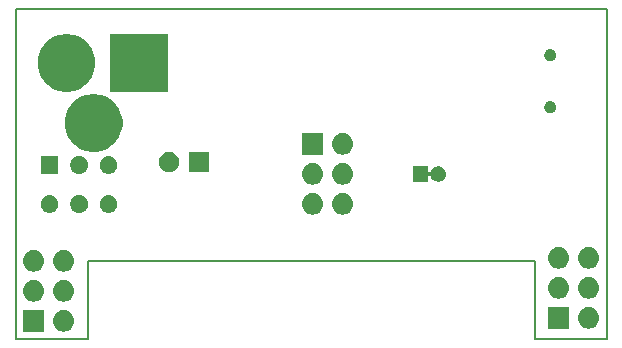
<source format=gbr>
%TF.GenerationSoftware,KiCad,Pcbnew,5.0.2-bee76a0~70~ubuntu18.04.1*%
%TF.CreationDate,2018-12-09T23:27:29+01:00*%
%TF.ProjectId,Protoboard_power_supply,50726f74-6f62-46f6-9172-645f706f7765,rev?*%
%TF.SameCoordinates,Original*%
%TF.FileFunction,Soldermask,Bot*%
%TF.FilePolarity,Negative*%
%FSLAX46Y46*%
G04 Gerber Fmt 4.6, Leading zero omitted, Abs format (unit mm)*
G04 Created by KiCad (PCBNEW 5.0.2-bee76a0~70~ubuntu18.04.1) date dom 09 dic 2018 23:27:29 CET*
%MOMM*%
%LPD*%
G01*
G04 APERTURE LIST*
%ADD10C,0.127000*%
G04 APERTURE END LIST*
D10*
X148336000Y-114300000D02*
X148336000Y-107696000D01*
X192278000Y-114300000D02*
X192278000Y-86360000D01*
X186182000Y-107696000D02*
X186182000Y-114300000D01*
X142240000Y-114300000D02*
X142240000Y-86360000D01*
X148336000Y-114300000D02*
X142240000Y-114300000D01*
X186182000Y-107696000D02*
X148336000Y-107696000D01*
X192278000Y-114300000D02*
X186182000Y-114300000D01*
X142240000Y-86360000D02*
X192278000Y-86360000D01*
G36*
X146480432Y-111889022D02*
X146650081Y-111940485D01*
X146806433Y-112024056D01*
X146943475Y-112136525D01*
X147055944Y-112273567D01*
X147139515Y-112429919D01*
X147190978Y-112599568D01*
X147208354Y-112776000D01*
X147190978Y-112952432D01*
X147139515Y-113122081D01*
X147055944Y-113278433D01*
X146943475Y-113415475D01*
X146806433Y-113527944D01*
X146650081Y-113611515D01*
X146480432Y-113662978D01*
X146348211Y-113676000D01*
X146259789Y-113676000D01*
X146127568Y-113662978D01*
X145957919Y-113611515D01*
X145801567Y-113527944D01*
X145664525Y-113415475D01*
X145552056Y-113278433D01*
X145468485Y-113122081D01*
X145417022Y-112952432D01*
X145399646Y-112776000D01*
X145417022Y-112599568D01*
X145468485Y-112429919D01*
X145552056Y-112273567D01*
X145664525Y-112136525D01*
X145801567Y-112024056D01*
X145957919Y-111940485D01*
X146127568Y-111889022D01*
X146259789Y-111876000D01*
X146348211Y-111876000D01*
X146480432Y-111889022D01*
X146480432Y-111889022D01*
G37*
G36*
X144664000Y-113676000D02*
X142864000Y-113676000D01*
X142864000Y-111876000D01*
X144664000Y-111876000D01*
X144664000Y-113676000D01*
X144664000Y-113676000D01*
G37*
G36*
X190930432Y-111635022D02*
X191100081Y-111686485D01*
X191256433Y-111770056D01*
X191393475Y-111882525D01*
X191505944Y-112019567D01*
X191589515Y-112175919D01*
X191640978Y-112345568D01*
X191658354Y-112522000D01*
X191640978Y-112698432D01*
X191589515Y-112868081D01*
X191505944Y-113024433D01*
X191393475Y-113161475D01*
X191256433Y-113273944D01*
X191100081Y-113357515D01*
X190930432Y-113408978D01*
X190798211Y-113422000D01*
X190709789Y-113422000D01*
X190577568Y-113408978D01*
X190407919Y-113357515D01*
X190251567Y-113273944D01*
X190114525Y-113161475D01*
X190002056Y-113024433D01*
X189918485Y-112868081D01*
X189867022Y-112698432D01*
X189849646Y-112522000D01*
X189867022Y-112345568D01*
X189918485Y-112175919D01*
X190002056Y-112019567D01*
X190114525Y-111882525D01*
X190251567Y-111770056D01*
X190407919Y-111686485D01*
X190577568Y-111635022D01*
X190709789Y-111622000D01*
X190798211Y-111622000D01*
X190930432Y-111635022D01*
X190930432Y-111635022D01*
G37*
G36*
X189114000Y-113422000D02*
X187314000Y-113422000D01*
X187314000Y-111622000D01*
X189114000Y-111622000D01*
X189114000Y-113422000D01*
X189114000Y-113422000D01*
G37*
G36*
X143940432Y-109349022D02*
X144110081Y-109400485D01*
X144266433Y-109484056D01*
X144403475Y-109596525D01*
X144515944Y-109733567D01*
X144599515Y-109889919D01*
X144650978Y-110059568D01*
X144668354Y-110236000D01*
X144650978Y-110412432D01*
X144599515Y-110582081D01*
X144515944Y-110738433D01*
X144403475Y-110875475D01*
X144266433Y-110987944D01*
X144110081Y-111071515D01*
X143940432Y-111122978D01*
X143808211Y-111136000D01*
X143719789Y-111136000D01*
X143587568Y-111122978D01*
X143417919Y-111071515D01*
X143261567Y-110987944D01*
X143124525Y-110875475D01*
X143012056Y-110738433D01*
X142928485Y-110582081D01*
X142877022Y-110412432D01*
X142859646Y-110236000D01*
X142877022Y-110059568D01*
X142928485Y-109889919D01*
X143012056Y-109733567D01*
X143124525Y-109596525D01*
X143261567Y-109484056D01*
X143417919Y-109400485D01*
X143587568Y-109349022D01*
X143719789Y-109336000D01*
X143808211Y-109336000D01*
X143940432Y-109349022D01*
X143940432Y-109349022D01*
G37*
G36*
X146480432Y-109349022D02*
X146650081Y-109400485D01*
X146806433Y-109484056D01*
X146943475Y-109596525D01*
X147055944Y-109733567D01*
X147139515Y-109889919D01*
X147190978Y-110059568D01*
X147208354Y-110236000D01*
X147190978Y-110412432D01*
X147139515Y-110582081D01*
X147055944Y-110738433D01*
X146943475Y-110875475D01*
X146806433Y-110987944D01*
X146650081Y-111071515D01*
X146480432Y-111122978D01*
X146348211Y-111136000D01*
X146259789Y-111136000D01*
X146127568Y-111122978D01*
X145957919Y-111071515D01*
X145801567Y-110987944D01*
X145664525Y-110875475D01*
X145552056Y-110738433D01*
X145468485Y-110582081D01*
X145417022Y-110412432D01*
X145399646Y-110236000D01*
X145417022Y-110059568D01*
X145468485Y-109889919D01*
X145552056Y-109733567D01*
X145664525Y-109596525D01*
X145801567Y-109484056D01*
X145957919Y-109400485D01*
X146127568Y-109349022D01*
X146259789Y-109336000D01*
X146348211Y-109336000D01*
X146480432Y-109349022D01*
X146480432Y-109349022D01*
G37*
G36*
X190930432Y-109095022D02*
X191100081Y-109146485D01*
X191256433Y-109230056D01*
X191393475Y-109342525D01*
X191505944Y-109479567D01*
X191589515Y-109635919D01*
X191640978Y-109805568D01*
X191658354Y-109982000D01*
X191640978Y-110158432D01*
X191589515Y-110328081D01*
X191505944Y-110484433D01*
X191393475Y-110621475D01*
X191256433Y-110733944D01*
X191100081Y-110817515D01*
X190930432Y-110868978D01*
X190798211Y-110882000D01*
X190709789Y-110882000D01*
X190577568Y-110868978D01*
X190407919Y-110817515D01*
X190251567Y-110733944D01*
X190114525Y-110621475D01*
X190002056Y-110484433D01*
X189918485Y-110328081D01*
X189867022Y-110158432D01*
X189849646Y-109982000D01*
X189867022Y-109805568D01*
X189918485Y-109635919D01*
X190002056Y-109479567D01*
X190114525Y-109342525D01*
X190251567Y-109230056D01*
X190407919Y-109146485D01*
X190577568Y-109095022D01*
X190709789Y-109082000D01*
X190798211Y-109082000D01*
X190930432Y-109095022D01*
X190930432Y-109095022D01*
G37*
G36*
X188390432Y-109095022D02*
X188560081Y-109146485D01*
X188716433Y-109230056D01*
X188853475Y-109342525D01*
X188965944Y-109479567D01*
X189049515Y-109635919D01*
X189100978Y-109805568D01*
X189118354Y-109982000D01*
X189100978Y-110158432D01*
X189049515Y-110328081D01*
X188965944Y-110484433D01*
X188853475Y-110621475D01*
X188716433Y-110733944D01*
X188560081Y-110817515D01*
X188390432Y-110868978D01*
X188258211Y-110882000D01*
X188169789Y-110882000D01*
X188037568Y-110868978D01*
X187867919Y-110817515D01*
X187711567Y-110733944D01*
X187574525Y-110621475D01*
X187462056Y-110484433D01*
X187378485Y-110328081D01*
X187327022Y-110158432D01*
X187309646Y-109982000D01*
X187327022Y-109805568D01*
X187378485Y-109635919D01*
X187462056Y-109479567D01*
X187574525Y-109342525D01*
X187711567Y-109230056D01*
X187867919Y-109146485D01*
X188037568Y-109095022D01*
X188169789Y-109082000D01*
X188258211Y-109082000D01*
X188390432Y-109095022D01*
X188390432Y-109095022D01*
G37*
G36*
X143940432Y-106809022D02*
X144110081Y-106860485D01*
X144266433Y-106944056D01*
X144403475Y-107056525D01*
X144515944Y-107193567D01*
X144599515Y-107349919D01*
X144650978Y-107519568D01*
X144668354Y-107696000D01*
X144650978Y-107872432D01*
X144599515Y-108042081D01*
X144515944Y-108198433D01*
X144403475Y-108335475D01*
X144266433Y-108447944D01*
X144110081Y-108531515D01*
X143940432Y-108582978D01*
X143808211Y-108596000D01*
X143719789Y-108596000D01*
X143587568Y-108582978D01*
X143417919Y-108531515D01*
X143261567Y-108447944D01*
X143124525Y-108335475D01*
X143012056Y-108198433D01*
X142928485Y-108042081D01*
X142877022Y-107872432D01*
X142859646Y-107696000D01*
X142877022Y-107519568D01*
X142928485Y-107349919D01*
X143012056Y-107193567D01*
X143124525Y-107056525D01*
X143261567Y-106944056D01*
X143417919Y-106860485D01*
X143587568Y-106809022D01*
X143719789Y-106796000D01*
X143808211Y-106796000D01*
X143940432Y-106809022D01*
X143940432Y-106809022D01*
G37*
G36*
X146480432Y-106809022D02*
X146650081Y-106860485D01*
X146806433Y-106944056D01*
X146943475Y-107056525D01*
X147055944Y-107193567D01*
X147139515Y-107349919D01*
X147190978Y-107519568D01*
X147208354Y-107696000D01*
X147190978Y-107872432D01*
X147139515Y-108042081D01*
X147055944Y-108198433D01*
X146943475Y-108335475D01*
X146806433Y-108447944D01*
X146650081Y-108531515D01*
X146480432Y-108582978D01*
X146348211Y-108596000D01*
X146259789Y-108596000D01*
X146127568Y-108582978D01*
X145957919Y-108531515D01*
X145801567Y-108447944D01*
X145664525Y-108335475D01*
X145552056Y-108198433D01*
X145468485Y-108042081D01*
X145417022Y-107872432D01*
X145399646Y-107696000D01*
X145417022Y-107519568D01*
X145468485Y-107349919D01*
X145552056Y-107193567D01*
X145664525Y-107056525D01*
X145801567Y-106944056D01*
X145957919Y-106860485D01*
X146127568Y-106809022D01*
X146259789Y-106796000D01*
X146348211Y-106796000D01*
X146480432Y-106809022D01*
X146480432Y-106809022D01*
G37*
G36*
X190930432Y-106555022D02*
X191100081Y-106606485D01*
X191256433Y-106690056D01*
X191393475Y-106802525D01*
X191505944Y-106939567D01*
X191589515Y-107095919D01*
X191640978Y-107265568D01*
X191658354Y-107442000D01*
X191640978Y-107618432D01*
X191589515Y-107788081D01*
X191505944Y-107944433D01*
X191393475Y-108081475D01*
X191256433Y-108193944D01*
X191100081Y-108277515D01*
X190930432Y-108328978D01*
X190798211Y-108342000D01*
X190709789Y-108342000D01*
X190577568Y-108328978D01*
X190407919Y-108277515D01*
X190251567Y-108193944D01*
X190114525Y-108081475D01*
X190002056Y-107944433D01*
X189918485Y-107788081D01*
X189867022Y-107618432D01*
X189849646Y-107442000D01*
X189867022Y-107265568D01*
X189918485Y-107095919D01*
X190002056Y-106939567D01*
X190114525Y-106802525D01*
X190251567Y-106690056D01*
X190407919Y-106606485D01*
X190577568Y-106555022D01*
X190709789Y-106542000D01*
X190798211Y-106542000D01*
X190930432Y-106555022D01*
X190930432Y-106555022D01*
G37*
G36*
X188390432Y-106555022D02*
X188560081Y-106606485D01*
X188716433Y-106690056D01*
X188853475Y-106802525D01*
X188965944Y-106939567D01*
X189049515Y-107095919D01*
X189100978Y-107265568D01*
X189118354Y-107442000D01*
X189100978Y-107618432D01*
X189049515Y-107788081D01*
X188965944Y-107944433D01*
X188853475Y-108081475D01*
X188716433Y-108193944D01*
X188560081Y-108277515D01*
X188390432Y-108328978D01*
X188258211Y-108342000D01*
X188169789Y-108342000D01*
X188037568Y-108328978D01*
X187867919Y-108277515D01*
X187711567Y-108193944D01*
X187574525Y-108081475D01*
X187462056Y-107944433D01*
X187378485Y-107788081D01*
X187327022Y-107618432D01*
X187309646Y-107442000D01*
X187327022Y-107265568D01*
X187378485Y-107095919D01*
X187462056Y-106939567D01*
X187574525Y-106802525D01*
X187711567Y-106690056D01*
X187867919Y-106606485D01*
X188037568Y-106555022D01*
X188169789Y-106542000D01*
X188258211Y-106542000D01*
X188390432Y-106555022D01*
X188390432Y-106555022D01*
G37*
G36*
X167562432Y-101983022D02*
X167732081Y-102034485D01*
X167888433Y-102118056D01*
X168025475Y-102230525D01*
X168137944Y-102367567D01*
X168221515Y-102523919D01*
X168272978Y-102693568D01*
X168290354Y-102870000D01*
X168272978Y-103046432D01*
X168221515Y-103216081D01*
X168137944Y-103372433D01*
X168025475Y-103509475D01*
X167888433Y-103621944D01*
X167732081Y-103705515D01*
X167562432Y-103756978D01*
X167430211Y-103770000D01*
X167341789Y-103770000D01*
X167209568Y-103756978D01*
X167039919Y-103705515D01*
X166883567Y-103621944D01*
X166746525Y-103509475D01*
X166634056Y-103372433D01*
X166550485Y-103216081D01*
X166499022Y-103046432D01*
X166481646Y-102870000D01*
X166499022Y-102693568D01*
X166550485Y-102523919D01*
X166634056Y-102367567D01*
X166746525Y-102230525D01*
X166883567Y-102118056D01*
X167039919Y-102034485D01*
X167209568Y-101983022D01*
X167341789Y-101970000D01*
X167430211Y-101970000D01*
X167562432Y-101983022D01*
X167562432Y-101983022D01*
G37*
G36*
X170102432Y-101983022D02*
X170272081Y-102034485D01*
X170428433Y-102118056D01*
X170565475Y-102230525D01*
X170677944Y-102367567D01*
X170761515Y-102523919D01*
X170812978Y-102693568D01*
X170830354Y-102870000D01*
X170812978Y-103046432D01*
X170761515Y-103216081D01*
X170677944Y-103372433D01*
X170565475Y-103509475D01*
X170428433Y-103621944D01*
X170272081Y-103705515D01*
X170102432Y-103756978D01*
X169970211Y-103770000D01*
X169881789Y-103770000D01*
X169749568Y-103756978D01*
X169579919Y-103705515D01*
X169423567Y-103621944D01*
X169286525Y-103509475D01*
X169174056Y-103372433D01*
X169090485Y-103216081D01*
X169039022Y-103046432D01*
X169021646Y-102870000D01*
X169039022Y-102693568D01*
X169090485Y-102523919D01*
X169174056Y-102367567D01*
X169286525Y-102230525D01*
X169423567Y-102118056D01*
X169579919Y-102034485D01*
X169749568Y-101983022D01*
X169881789Y-101970000D01*
X169970211Y-101970000D01*
X170102432Y-101983022D01*
X170102432Y-101983022D01*
G37*
G36*
X145260318Y-102132411D02*
X145332767Y-102146822D01*
X145389303Y-102170240D01*
X145469257Y-102203358D01*
X145592100Y-102285439D01*
X145696561Y-102389900D01*
X145778642Y-102512743D01*
X145835178Y-102649234D01*
X145864000Y-102794130D01*
X145864000Y-102941870D01*
X145835178Y-103086766D01*
X145778642Y-103223257D01*
X145696561Y-103346100D01*
X145592100Y-103450561D01*
X145469257Y-103532642D01*
X145389303Y-103565760D01*
X145332767Y-103589178D01*
X145260318Y-103603589D01*
X145187870Y-103618000D01*
X145040130Y-103618000D01*
X144967682Y-103603589D01*
X144895233Y-103589178D01*
X144838697Y-103565760D01*
X144758743Y-103532642D01*
X144635900Y-103450561D01*
X144531439Y-103346100D01*
X144449358Y-103223257D01*
X144392822Y-103086766D01*
X144364000Y-102941870D01*
X144364000Y-102794130D01*
X144392822Y-102649234D01*
X144449358Y-102512743D01*
X144531439Y-102389900D01*
X144635900Y-102285439D01*
X144758743Y-102203358D01*
X144838697Y-102170240D01*
X144895233Y-102146822D01*
X144967682Y-102132411D01*
X145040130Y-102118000D01*
X145187870Y-102118000D01*
X145260318Y-102132411D01*
X145260318Y-102132411D01*
G37*
G36*
X147760318Y-102132411D02*
X147832767Y-102146822D01*
X147889303Y-102170240D01*
X147969257Y-102203358D01*
X148092100Y-102285439D01*
X148196561Y-102389900D01*
X148278642Y-102512743D01*
X148335178Y-102649234D01*
X148364000Y-102794130D01*
X148364000Y-102941870D01*
X148335178Y-103086766D01*
X148278642Y-103223257D01*
X148196561Y-103346100D01*
X148092100Y-103450561D01*
X147969257Y-103532642D01*
X147889303Y-103565760D01*
X147832767Y-103589178D01*
X147760318Y-103603589D01*
X147687870Y-103618000D01*
X147540130Y-103618000D01*
X147467682Y-103603589D01*
X147395233Y-103589178D01*
X147338697Y-103565760D01*
X147258743Y-103532642D01*
X147135900Y-103450561D01*
X147031439Y-103346100D01*
X146949358Y-103223257D01*
X146892822Y-103086766D01*
X146864000Y-102941870D01*
X146864000Y-102794130D01*
X146892822Y-102649234D01*
X146949358Y-102512743D01*
X147031439Y-102389900D01*
X147135900Y-102285439D01*
X147258743Y-102203358D01*
X147338697Y-102170240D01*
X147395233Y-102146822D01*
X147467682Y-102132411D01*
X147540130Y-102118000D01*
X147687870Y-102118000D01*
X147760318Y-102132411D01*
X147760318Y-102132411D01*
G37*
G36*
X150260318Y-102132411D02*
X150332767Y-102146822D01*
X150389303Y-102170240D01*
X150469257Y-102203358D01*
X150592100Y-102285439D01*
X150696561Y-102389900D01*
X150778642Y-102512743D01*
X150835178Y-102649234D01*
X150864000Y-102794130D01*
X150864000Y-102941870D01*
X150835178Y-103086766D01*
X150778642Y-103223257D01*
X150696561Y-103346100D01*
X150592100Y-103450561D01*
X150469257Y-103532642D01*
X150389303Y-103565760D01*
X150332767Y-103589178D01*
X150260318Y-103603589D01*
X150187870Y-103618000D01*
X150040130Y-103618000D01*
X149967682Y-103603589D01*
X149895233Y-103589178D01*
X149838697Y-103565760D01*
X149758743Y-103532642D01*
X149635900Y-103450561D01*
X149531439Y-103346100D01*
X149449358Y-103223257D01*
X149392822Y-103086766D01*
X149364000Y-102941870D01*
X149364000Y-102794130D01*
X149392822Y-102649234D01*
X149449358Y-102512743D01*
X149531439Y-102389900D01*
X149635900Y-102285439D01*
X149758743Y-102203358D01*
X149838697Y-102170240D01*
X149895233Y-102146822D01*
X149967682Y-102132411D01*
X150040130Y-102118000D01*
X150187870Y-102118000D01*
X150260318Y-102132411D01*
X150260318Y-102132411D01*
G37*
G36*
X167562432Y-99443022D02*
X167732081Y-99494485D01*
X167888433Y-99578056D01*
X168025475Y-99690525D01*
X168137944Y-99827567D01*
X168221515Y-99983919D01*
X168272978Y-100153568D01*
X168290354Y-100330000D01*
X168272978Y-100506432D01*
X168221515Y-100676081D01*
X168137944Y-100832433D01*
X168025475Y-100969475D01*
X167888433Y-101081944D01*
X167732081Y-101165515D01*
X167562432Y-101216978D01*
X167430211Y-101230000D01*
X167341789Y-101230000D01*
X167209568Y-101216978D01*
X167039919Y-101165515D01*
X166883567Y-101081944D01*
X166746525Y-100969475D01*
X166634056Y-100832433D01*
X166550485Y-100676081D01*
X166499022Y-100506432D01*
X166481646Y-100330000D01*
X166499022Y-100153568D01*
X166550485Y-99983919D01*
X166634056Y-99827567D01*
X166746525Y-99690525D01*
X166883567Y-99578056D01*
X167039919Y-99494485D01*
X167209568Y-99443022D01*
X167341789Y-99430000D01*
X167430211Y-99430000D01*
X167562432Y-99443022D01*
X167562432Y-99443022D01*
G37*
G36*
X170102432Y-99443022D02*
X170272081Y-99494485D01*
X170428433Y-99578056D01*
X170565475Y-99690525D01*
X170677944Y-99827567D01*
X170761515Y-99983919D01*
X170812978Y-100153568D01*
X170830354Y-100330000D01*
X170812978Y-100506432D01*
X170761515Y-100676081D01*
X170677944Y-100832433D01*
X170565475Y-100969475D01*
X170428433Y-101081944D01*
X170272081Y-101165515D01*
X170102432Y-101216978D01*
X169970211Y-101230000D01*
X169881789Y-101230000D01*
X169749568Y-101216978D01*
X169579919Y-101165515D01*
X169423567Y-101081944D01*
X169286525Y-100969475D01*
X169174056Y-100832433D01*
X169090485Y-100676081D01*
X169039022Y-100506432D01*
X169021646Y-100330000D01*
X169039022Y-100153568D01*
X169090485Y-99983919D01*
X169174056Y-99827567D01*
X169286525Y-99690525D01*
X169423567Y-99578056D01*
X169579919Y-99494485D01*
X169749568Y-99443022D01*
X169881789Y-99430000D01*
X169970211Y-99430000D01*
X170102432Y-99443022D01*
X170102432Y-99443022D01*
G37*
G36*
X177180000Y-100055133D02*
X177182402Y-100079519D01*
X177189515Y-100102968D01*
X177201066Y-100124579D01*
X177216612Y-100143521D01*
X177235554Y-100159067D01*
X177257165Y-100170618D01*
X177280614Y-100177731D01*
X177305000Y-100180133D01*
X177329386Y-100177731D01*
X177352835Y-100170618D01*
X177374446Y-100159067D01*
X177393388Y-100143521D01*
X177408934Y-100124579D01*
X177420485Y-100102968D01*
X177453977Y-100022110D01*
X177525114Y-99915646D01*
X177615646Y-99825114D01*
X177722110Y-99753977D01*
X177812284Y-99716626D01*
X177840402Y-99704979D01*
X177882262Y-99696653D01*
X177965979Y-99680000D01*
X178094021Y-99680000D01*
X178177738Y-99696653D01*
X178219598Y-99704979D01*
X178247716Y-99716626D01*
X178337890Y-99753977D01*
X178444354Y-99825114D01*
X178534886Y-99915646D01*
X178606023Y-100022110D01*
X178629802Y-100079519D01*
X178651266Y-100131336D01*
X178655021Y-100140403D01*
X178680000Y-100265979D01*
X178680000Y-100394021D01*
X178655021Y-100519597D01*
X178606023Y-100637890D01*
X178534886Y-100744354D01*
X178444354Y-100834886D01*
X178337890Y-100906023D01*
X178254245Y-100940670D01*
X178219598Y-100955021D01*
X178177738Y-100963347D01*
X178094021Y-100980000D01*
X177965979Y-100980000D01*
X177882262Y-100963347D01*
X177840402Y-100955021D01*
X177805755Y-100940670D01*
X177722110Y-100906023D01*
X177615646Y-100834886D01*
X177525114Y-100744354D01*
X177453977Y-100637890D01*
X177420485Y-100557032D01*
X177408934Y-100535421D01*
X177393388Y-100516479D01*
X177374446Y-100500933D01*
X177352836Y-100489382D01*
X177329386Y-100482269D01*
X177305000Y-100479867D01*
X177280614Y-100482269D01*
X177257165Y-100489382D01*
X177235554Y-100500933D01*
X177216612Y-100516479D01*
X177201066Y-100535421D01*
X177189515Y-100557031D01*
X177182402Y-100580481D01*
X177180000Y-100604867D01*
X177180000Y-100980000D01*
X175880000Y-100980000D01*
X175880000Y-99680000D01*
X177180000Y-99680000D01*
X177180000Y-100055133D01*
X177180000Y-100055133D01*
G37*
G36*
X147760318Y-98832411D02*
X147832767Y-98846822D01*
X147889303Y-98870240D01*
X147969257Y-98903358D01*
X148092100Y-98985439D01*
X148196561Y-99089900D01*
X148278642Y-99212743D01*
X148311760Y-99292697D01*
X148335178Y-99349233D01*
X148364000Y-99494131D01*
X148364000Y-99641869D01*
X148335178Y-99786767D01*
X148311760Y-99843303D01*
X148278642Y-99923257D01*
X148196561Y-100046100D01*
X148092100Y-100150561D01*
X147969257Y-100232642D01*
X147889303Y-100265760D01*
X147832767Y-100289178D01*
X147760318Y-100303589D01*
X147687870Y-100318000D01*
X147540130Y-100318000D01*
X147467682Y-100303589D01*
X147395233Y-100289178D01*
X147338697Y-100265760D01*
X147258743Y-100232642D01*
X147135900Y-100150561D01*
X147031439Y-100046100D01*
X146949358Y-99923257D01*
X146916240Y-99843303D01*
X146892822Y-99786767D01*
X146864000Y-99641869D01*
X146864000Y-99494131D01*
X146892822Y-99349233D01*
X146916240Y-99292697D01*
X146949358Y-99212743D01*
X147031439Y-99089900D01*
X147135900Y-98985439D01*
X147258743Y-98903358D01*
X147338697Y-98870240D01*
X147395233Y-98846822D01*
X147467682Y-98832411D01*
X147540130Y-98818000D01*
X147687870Y-98818000D01*
X147760318Y-98832411D01*
X147760318Y-98832411D01*
G37*
G36*
X145864000Y-100318000D02*
X144364000Y-100318000D01*
X144364000Y-98818000D01*
X145864000Y-98818000D01*
X145864000Y-100318000D01*
X145864000Y-100318000D01*
G37*
G36*
X150260318Y-98832411D02*
X150332767Y-98846822D01*
X150389303Y-98870240D01*
X150469257Y-98903358D01*
X150592100Y-98985439D01*
X150696561Y-99089900D01*
X150778642Y-99212743D01*
X150811760Y-99292697D01*
X150835178Y-99349233D01*
X150864000Y-99494131D01*
X150864000Y-99641869D01*
X150835178Y-99786767D01*
X150811760Y-99843303D01*
X150778642Y-99923257D01*
X150696561Y-100046100D01*
X150592100Y-100150561D01*
X150469257Y-100232642D01*
X150389303Y-100265760D01*
X150332767Y-100289178D01*
X150260318Y-100303589D01*
X150187870Y-100318000D01*
X150040130Y-100318000D01*
X149967682Y-100303589D01*
X149895233Y-100289178D01*
X149838697Y-100265760D01*
X149758743Y-100232642D01*
X149635900Y-100150561D01*
X149531439Y-100046100D01*
X149449358Y-99923257D01*
X149416240Y-99843303D01*
X149392822Y-99786767D01*
X149364000Y-99641869D01*
X149364000Y-99494131D01*
X149392822Y-99349233D01*
X149416240Y-99292697D01*
X149449358Y-99212743D01*
X149531439Y-99089900D01*
X149635900Y-98985439D01*
X149758743Y-98903358D01*
X149838697Y-98870240D01*
X149895233Y-98846822D01*
X149967682Y-98832411D01*
X150040130Y-98818000D01*
X150187870Y-98818000D01*
X150260318Y-98832411D01*
X150260318Y-98832411D01*
G37*
G36*
X158584000Y-100164000D02*
X156884000Y-100164000D01*
X156884000Y-98464000D01*
X158584000Y-98464000D01*
X158584000Y-100164000D01*
X158584000Y-100164000D01*
G37*
G36*
X155481934Y-98496664D02*
X155636627Y-98560740D01*
X155775847Y-98653764D01*
X155894236Y-98772153D01*
X155987260Y-98911373D01*
X156051336Y-99066066D01*
X156084000Y-99230281D01*
X156084000Y-99397719D01*
X156051336Y-99561934D01*
X155987260Y-99716627D01*
X155894236Y-99855847D01*
X155775847Y-99974236D01*
X155636627Y-100067260D01*
X155481934Y-100131336D01*
X155317719Y-100164000D01*
X155150281Y-100164000D01*
X154986066Y-100131336D01*
X154831373Y-100067260D01*
X154692153Y-99974236D01*
X154573764Y-99855847D01*
X154480740Y-99716627D01*
X154416664Y-99561934D01*
X154384000Y-99397719D01*
X154384000Y-99230281D01*
X154416664Y-99066066D01*
X154480740Y-98911373D01*
X154573764Y-98772153D01*
X154692153Y-98653764D01*
X154831373Y-98560740D01*
X154986066Y-98496664D01*
X155150281Y-98464000D01*
X155317719Y-98464000D01*
X155481934Y-98496664D01*
X155481934Y-98496664D01*
G37*
G36*
X168286000Y-98690000D02*
X166486000Y-98690000D01*
X166486000Y-96890000D01*
X168286000Y-96890000D01*
X168286000Y-98690000D01*
X168286000Y-98690000D01*
G37*
G36*
X170102432Y-96903022D02*
X170272081Y-96954485D01*
X170428433Y-97038056D01*
X170565475Y-97150525D01*
X170677944Y-97287567D01*
X170761515Y-97443919D01*
X170812978Y-97613568D01*
X170830354Y-97790000D01*
X170812978Y-97966432D01*
X170761515Y-98136081D01*
X170677944Y-98292433D01*
X170565475Y-98429475D01*
X170428433Y-98541944D01*
X170272081Y-98625515D01*
X170102432Y-98676978D01*
X169970211Y-98690000D01*
X169881789Y-98690000D01*
X169749568Y-98676978D01*
X169579919Y-98625515D01*
X169423567Y-98541944D01*
X169286525Y-98429475D01*
X169174056Y-98292433D01*
X169090485Y-98136081D01*
X169039022Y-97966432D01*
X169021646Y-97790000D01*
X169039022Y-97613568D01*
X169090485Y-97443919D01*
X169174056Y-97287567D01*
X169286525Y-97150525D01*
X169423567Y-97038056D01*
X169579919Y-96954485D01*
X169749568Y-96903022D01*
X169881789Y-96890000D01*
X169970211Y-96890000D01*
X170102432Y-96903022D01*
X170102432Y-96903022D01*
G37*
G36*
X149321971Y-93609076D02*
X149558639Y-93656152D01*
X150004510Y-93840838D01*
X150405784Y-94108960D01*
X150747040Y-94450216D01*
X151015162Y-94851490D01*
X151199848Y-95297361D01*
X151294000Y-95770696D01*
X151294000Y-96253304D01*
X151199848Y-96726639D01*
X151015162Y-97172510D01*
X150747040Y-97573784D01*
X150405784Y-97915040D01*
X150004510Y-98183162D01*
X149558639Y-98367848D01*
X149085305Y-98462000D01*
X148602695Y-98462000D01*
X148366029Y-98414924D01*
X148129361Y-98367848D01*
X147683490Y-98183162D01*
X147282216Y-97915040D01*
X146940960Y-97573784D01*
X146672838Y-97172510D01*
X146488152Y-96726639D01*
X146394000Y-96253304D01*
X146394000Y-95770696D01*
X146488152Y-95297361D01*
X146672838Y-94851490D01*
X146940960Y-94450216D01*
X147282216Y-94108960D01*
X147683490Y-93840838D01*
X148129361Y-93656152D01*
X148366029Y-93609076D01*
X148602695Y-93562000D01*
X149085305Y-93562000D01*
X149321971Y-93609076D01*
X149321971Y-93609076D01*
G37*
G36*
X187651845Y-94175215D02*
X187742839Y-94212906D01*
X187823640Y-94266896D01*
X187824734Y-94267627D01*
X187894373Y-94337266D01*
X187949095Y-94419163D01*
X187986785Y-94510155D01*
X188006000Y-94606755D01*
X188006000Y-94705245D01*
X187986785Y-94801845D01*
X187949095Y-94892837D01*
X187894373Y-94974734D01*
X187824734Y-95044373D01*
X187824731Y-95044375D01*
X187742839Y-95099094D01*
X187651845Y-95136785D01*
X187555246Y-95156000D01*
X187456754Y-95156000D01*
X187360155Y-95136785D01*
X187269161Y-95099094D01*
X187187269Y-95044375D01*
X187187266Y-95044373D01*
X187117627Y-94974734D01*
X187062905Y-94892837D01*
X187025215Y-94801845D01*
X187006000Y-94705245D01*
X187006000Y-94606755D01*
X187025215Y-94510155D01*
X187062905Y-94419163D01*
X187117627Y-94337266D01*
X187187266Y-94267627D01*
X187188360Y-94266896D01*
X187269161Y-94212906D01*
X187360155Y-94175215D01*
X187456754Y-94156000D01*
X187555246Y-94156000D01*
X187651845Y-94175215D01*
X187651845Y-94175215D01*
G37*
G36*
X155104000Y-93382000D02*
X150204000Y-93382000D01*
X150204000Y-88482000D01*
X155104000Y-88482000D01*
X155104000Y-93382000D01*
X155104000Y-93382000D01*
G37*
G36*
X147031971Y-88529076D02*
X147268639Y-88576152D01*
X147714510Y-88760838D01*
X148115784Y-89028960D01*
X148457040Y-89370216D01*
X148725162Y-89771490D01*
X148909848Y-90217361D01*
X148909848Y-90217362D01*
X148964644Y-90492837D01*
X149004000Y-90690696D01*
X149004000Y-91173304D01*
X148909848Y-91646639D01*
X148725162Y-92092510D01*
X148457040Y-92493784D01*
X148115784Y-92835040D01*
X147714510Y-93103162D01*
X147268639Y-93287848D01*
X147031971Y-93334924D01*
X146795305Y-93382000D01*
X146312695Y-93382000D01*
X146076029Y-93334924D01*
X145839361Y-93287848D01*
X145393490Y-93103162D01*
X144992216Y-92835040D01*
X144650960Y-92493784D01*
X144382838Y-92092510D01*
X144198152Y-91646639D01*
X144104000Y-91173304D01*
X144104000Y-90690696D01*
X144143357Y-90492837D01*
X144198152Y-90217362D01*
X144198152Y-90217361D01*
X144382838Y-89771490D01*
X144650960Y-89370216D01*
X144992216Y-89028960D01*
X145393490Y-88760838D01*
X145839361Y-88576152D01*
X146076029Y-88529076D01*
X146312695Y-88482000D01*
X146795305Y-88482000D01*
X147031971Y-88529076D01*
X147031971Y-88529076D01*
G37*
G36*
X187651845Y-89775215D02*
X187742839Y-89812906D01*
X187823640Y-89866896D01*
X187824734Y-89867627D01*
X187894373Y-89937266D01*
X187949095Y-90019163D01*
X187986785Y-90110155D01*
X188006000Y-90206755D01*
X188006000Y-90305245D01*
X187986785Y-90401845D01*
X187949095Y-90492837D01*
X187894373Y-90574734D01*
X187824734Y-90644373D01*
X187824731Y-90644375D01*
X187742839Y-90699094D01*
X187651845Y-90736785D01*
X187555246Y-90756000D01*
X187456754Y-90756000D01*
X187360155Y-90736785D01*
X187269161Y-90699094D01*
X187187269Y-90644375D01*
X187187266Y-90644373D01*
X187117627Y-90574734D01*
X187062905Y-90492837D01*
X187025215Y-90401845D01*
X187006000Y-90305245D01*
X187006000Y-90206755D01*
X187025215Y-90110155D01*
X187062905Y-90019163D01*
X187117627Y-89937266D01*
X187187266Y-89867627D01*
X187188360Y-89866896D01*
X187269161Y-89812906D01*
X187360155Y-89775215D01*
X187456754Y-89756000D01*
X187555246Y-89756000D01*
X187651845Y-89775215D01*
X187651845Y-89775215D01*
G37*
M02*

</source>
